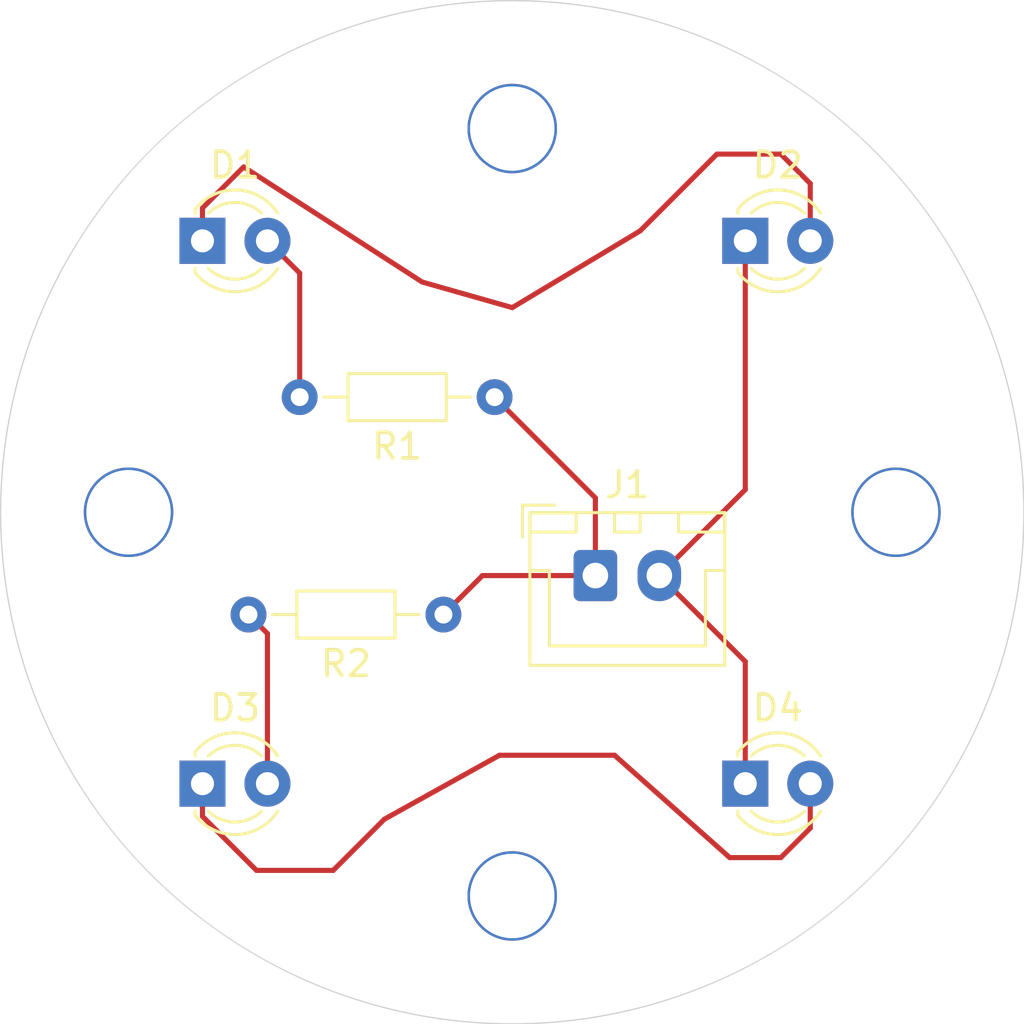
<source format=kicad_pcb>
(kicad_pcb (version 20240108) (generator "pcbnew") (generator_version "8.0")
  (layers (0 "F.Cu" signal) (31 "B.Cu" signal) (34 "B.Paste" user) (35 "F.Paste" user) (36 "B.SilkS" user "B.Silkscreen") (37 "F.SilkS" user "F.Silkscreen") (38 "B.Mask" user) (39 "F.Mask" user) (44 "Edge.Cuts" user))
  (net 0 "")
  (net 1 "Net-(D1-K)")
  (net 2 "Net-(D1-A)")
  (net 3 "GND")
  (net 4 "Net-(D3-A)")
  (net 5 "Net-(D3-K)")
  (net 6 "+5V")
  (footprint "LED_THT:LED_D3.0mm" (layer "F.Cu") (at 109.11 39.39)
    (property "Reference" "D2" (at 1.27 -2.96 0) (layer "F.SilkS"))
    (property "Value" "LED")
    (fp_line (start -0.29 -1.236) (end -0.29 -1.08) (stroke (width 0.12)) (layer "F.SilkS"))
    (fp_line (start -0.29 1.08) (end -0.29 1.236) (stroke (width 0.12)) (layer "F.SilkS"))
    (fp_arc (start -0.29 -1.235516) (mid 1.366487 -1.987659) (end 2.942335 -1.078608) (stroke (width 0.12)) (layer "F.SilkS"))
    (fp_arc (start 0.229039 -1.08) (mid 1.270117 -1.5) (end 2.31113 -1.079837) (stroke (width 0.12)) (layer "F.SilkS"))
    (fp_arc (start 2.31113 1.079837) (mid 1.270117 1.5) (end 0.229039 1.08) (stroke (width 0.12)) (layer "F.SilkS"))
    (fp_arc (start 2.942335 1.078608) (mid 1.366487 1.987659) (end -0.29 1.235516) (stroke (width 0.12)) (layer "F.SilkS"))
    (pad "1" thru_hole rect (at 0 0) (size 1.8 1.8) (drill 0.9) (layers "*.Cu" "*.Mask") (net 3 "GND"))
    (pad "2" thru_hole circle (at 2.54 0) (size 1.8 1.8) (drill 0.9) (layers "*.Cu" "*.Mask") (net 1 "Net-(D1-K)"))
  )
  (footprint "LED_THT:LED_D3.0mm" (layer "F.Cu") (at 87.89 39.39)
    (property "Reference" "D1" (at 1.27 -2.96 0) (layer "F.SilkS"))
    (property "Value" "LED 2V 20mA")
    (fp_line (start -0.29 -1.236) (end -0.29 -1.08) (stroke (width 0.12)) (layer "F.SilkS"))
    (fp_line (start -0.29 1.08) (end -0.29 1.236) (stroke (width 0.12)) (layer "F.SilkS"))
    (fp_arc (start -0.29 -1.235516) (mid 1.366487 -1.987659) (end 2.942335 -1.078608) (stroke (width 0.12)) (layer "F.SilkS"))
    (fp_arc (start 0.229039 -1.08) (mid 1.270117 -1.5) (end 2.31113 -1.079837) (stroke (width 0.12)) (layer "F.SilkS"))
    (fp_arc (start 2.31113 1.079837) (mid 1.270117 1.5) (end 0.229039 1.08) (stroke (width 0.12)) (layer "F.SilkS"))
    (fp_arc (start 2.942335 1.078608) (mid 1.366487 1.987659) (end -0.29 1.235516) (stroke (width 0.12)) (layer "F.SilkS"))
    (pad "1" thru_hole rect (at 0 0) (size 1.8 1.8) (drill 0.9) (layers "*.Cu" "*.Mask") (net 1 "Net-(D1-K)"))
    (pad "2" thru_hole circle (at 2.54 0) (size 1.8 1.8) (drill 0.9) (layers "*.Cu" "*.Mask") (net 2 "Net-(D1-A)"))
  )
  (footprint "Resistor_THT:R_Axial_DIN0204_L3.6mm_D1.6mm_P7.62mm_Horizontal" (layer "F.Cu") (at 99.31 45.5 180)
    (property "Reference" "R1" (at 3.81 -1.92 360) (layer "F.SilkS"))
    (property "Value" "51")
    (fp_line (start 6.68 0) (end 5.73 0) (stroke (width 0.12)) (layer "F.SilkS"))
    (fp_line (start 5.73 0.92) (end 5.73 -0.92) (stroke (width 0.12)) (layer "F.SilkS"))
    (fp_line (start 5.73 -0.92) (end 1.89 -0.92) (stroke (width 0.12)) (layer "F.SilkS"))
    (fp_line (start 1.89 0.92) (end 5.73 0.92) (stroke (width 0.12)) (layer "F.SilkS"))
    (fp_line (start 1.89 -0.92) (end 1.89 0.92) (stroke (width 0.12)) (layer "F.SilkS"))
    (fp_line (start 0.94 0) (end 1.89 0) (stroke (width 0.12)) (layer "F.SilkS"))
    (pad "1" thru_hole circle (at 0 0 180) (size 1.4 1.4) (drill 0.7) (layers "*.Cu" "*.Mask") (net 6 "+5V"))
    (pad "2" thru_hole oval (at 7.62 0 180) (size 1.4 1.4) (drill 0.7) (layers "*.Cu" "*.Mask") (net 2 "Net-(D1-A)"))
  )
  (footprint "Connector_JST:JST_XH_B2B-XH-A_1x02_P2.50mm_Vertical" (layer "F.Cu") (at 103.25 52.475)
    (property "Reference" "J1" (at 1.25 -3.55 0) (layer "F.SilkS"))
    (property "Value" "Conn_01x02_Socket")
    (fp_line (start -2.85 -2.75) (end -2.85 -1.5) (stroke (width 0.12)) (layer "F.SilkS"))
    (fp_line (start -2.56 -2.46) (end -2.56 3.51) (stroke (width 0.12)) (layer "F.SilkS"))
    (fp_line (start -2.56 3.51) (end 5.06 3.51) (stroke (width 0.12)) (layer "F.SilkS"))
    (fp_line (start -2.55 -2.45) (end -2.55 -1.7) (stroke (width 0.12)) (layer "F.SilkS"))
    (fp_line (start -2.55 -1.7) (end -0.75 -1.7) (stroke (width 0.12)) (layer "F.SilkS"))
    (fp_line (start -2.55 -0.2) (end -1.8 -0.2) (stroke (width 0.12)) (layer "F.SilkS"))
    (fp_line (start -1.8 -0.2) (end -1.8 2.75) (stroke (width 0.12)) (layer "F.SilkS"))
    (fp_line (start -1.8 2.75) (end 1.25 2.75) (stroke (width 0.12)) (layer "F.SilkS"))
    (fp_line (start -1.6 -2.75) (end -2.85 -2.75) (stroke (width 0.12)) (layer "F.SilkS"))
    (fp_line (start -0.75 -2.45) (end -2.55 -2.45) (stroke (width 0.12)) (layer "F.SilkS"))
    (fp_line (start -0.75 -1.7) (end -0.75 -2.45) (stroke (width 0.12)) (layer "F.SilkS"))
    (fp_line (start 0.75 -2.45) (end 0.75 -1.7) (stroke (width 0.12)) (layer "F.SilkS"))
    (fp_line (start 0.75 -1.7) (end 1.75 -1.7) (stroke (width 0.12)) (layer "F.SilkS"))
    (fp_line (start 1.75 -2.45) (end 0.75 -2.45) (stroke (width 0.12)) (layer "F.SilkS"))
    (fp_line (start 1.75 -1.7) (end 1.75 -2.45) (stroke (width 0.12)) (layer "F.SilkS"))
    (fp_line (start 3.25 -2.45) (end 3.25 -1.7) (stroke (width 0.12)) (layer "F.SilkS"))
    (fp_line (start 3.25 -1.7) (end 5.05 -1.7) (stroke (width 0.12)) (layer "F.SilkS"))
    (fp_line (start 4.3 -0.2) (end 4.3 2.75) (stroke (width 0.12)) (layer "F.SilkS"))
    (fp_line (start 4.3 2.75) (end 1.25 2.75) (stroke (width 0.12)) (layer "F.SilkS"))
    (fp_line (start 5.05 -2.45) (end 3.25 -2.45) (stroke (width 0.12)) (layer "F.SilkS"))
    (fp_line (start 5.05 -1.7) (end 5.05 -2.45) (stroke (width 0.12)) (layer "F.SilkS"))
    (fp_line (start 5.05 -0.2) (end 4.3 -0.2) (stroke (width 0.12)) (layer "F.SilkS"))
    (fp_line (start 5.06 -2.46) (end -2.56 -2.46) (stroke (width 0.12)) (layer "F.SilkS"))
    (fp_line (start 5.06 3.51) (end 5.06 -2.46) (stroke (width 0.12)) (layer "F.SilkS"))
    (pad "1" thru_hole roundrect (at 0 0) (size 1.7 2) (drill 1) (layers "*.Cu" "*.Mask") (roundrect_rratio 0.147059) (net 6 "+5V"))
    (pad "2" thru_hole oval (at 2.5 0) (size 1.7 2) (drill 1) (layers "*.Cu" "*.Mask") (net 3 "GND"))
  )
  (footprint "Resistor_THT:R_Axial_DIN0204_L3.6mm_D1.6mm_P7.62mm_Horizontal" (layer "F.Cu") (at 97.31 54 180)
    (property "Reference" "R2" (at 3.81 -1.92 360) (layer "F.SilkS"))
    (property "Value" "51")
    (fp_line (start 6.68 0) (end 5.73 0) (stroke (width 0.12)) (layer "F.SilkS"))
    (fp_line (start 5.73 0.92) (end 5.73 -0.92) (stroke (width 0.12)) (layer "F.SilkS"))
    (fp_line (start 5.73 -0.92) (end 1.89 -0.92) (stroke (width 0.12)) (layer "F.SilkS"))
    (fp_line (start 1.89 0.92) (end 5.73 0.92) (stroke (width 0.12)) (layer "F.SilkS"))
    (fp_line (start 1.89 -0.92) (end 1.89 0.92) (stroke (width 0.12)) (layer "F.SilkS"))
    (fp_line (start 0.94 0) (end 1.89 0) (stroke (width 0.12)) (layer "F.SilkS"))
    (pad "1" thru_hole circle (at 0 0 180) (size 1.4 1.4) (drill 0.7) (layers "*.Cu" "*.Mask") (net 6 "+5V"))
    (pad "2" thru_hole oval (at 7.62 0 180) (size 1.4 1.4) (drill 0.7) (layers "*.Cu" "*.Mask") (net 4 "Net-(D3-A)"))
  )
  (footprint "LED_THT:LED_D3.0mm" (layer "F.Cu") (at 109.11 60.61)
    (property "Reference" "D4" (at 1.27 -2.96 0) (layer "F.SilkS"))
    (property "Value" "LED")
    (fp_line (start -0.29 -1.236) (end -0.29 -1.08) (stroke (width 0.12)) (layer "F.SilkS"))
    (fp_line (start -0.29 1.08) (end -0.29 1.236) (stroke (width 0.12)) (layer "F.SilkS"))
    (fp_arc (start -0.29 -1.235516) (mid 1.366487 -1.987659) (end 2.942335 -1.078608) (stroke (width 0.12)) (layer "F.SilkS"))
    (fp_arc (start 0.229039 -1.08) (mid 1.270117 -1.5) (end 2.31113 -1.079837) (stroke (width 0.12)) (layer "F.SilkS"))
    (fp_arc (start 2.31113 1.079837) (mid 1.270117 1.5) (end 0.229039 1.08) (stroke (width 0.12)) (layer "F.SilkS"))
    (fp_arc (start 2.942335 1.078608) (mid 1.366487 1.987659) (end -0.29 1.235516) (stroke (width 0.12)) (layer "F.SilkS"))
    (pad "1" thru_hole rect (at 0 0) (size 1.8 1.8) (drill 0.9) (layers "*.Cu" "*.Mask") (net 3 "GND"))
    (pad "2" thru_hole circle (at 2.54 0) (size 1.8 1.8) (drill 0.9) (layers "*.Cu" "*.Mask") (net 5 "Net-(D3-K)"))
  )
  (footprint "LED_THT:LED_D3.0mm" (layer "F.Cu") (at 87.89 60.61)
    (property "Reference" "D3" (at 1.27 -2.96 0) (layer "F.SilkS"))
    (property "Value" "LED")
    (fp_line (start -0.29 -1.236) (end -0.29 -1.08) (stroke (width 0.12)) (layer "F.SilkS"))
    (fp_line (start -0.29 1.08) (end -0.29 1.236) (stroke (width 0.12)) (layer "F.SilkS"))
    (fp_arc (start -0.29 -1.235516) (mid 1.366487 -1.987659) (end 2.942335 -1.078608) (stroke (width 0.12)) (layer "F.SilkS"))
    (fp_arc (start 0.229039 -1.08) (mid 1.270117 -1.5) (end 2.31113 -1.079837) (stroke (width 0.12)) (layer "F.SilkS"))
    (fp_arc (start 2.31113 1.079837) (mid 1.270117 1.5) (end 0.229039 1.08) (stroke (width 0.12)) (layer "F.SilkS"))
    (fp_arc (start 2.942335 1.078608) (mid 1.366487 1.987659) (end -0.29 1.235516) (stroke (width 0.12)) (layer "F.SilkS"))
    (pad "1" thru_hole rect (at 0 0) (size 1.8 1.8) (drill 0.9) (layers "*.Cu" "*.Mask") (net 5 "Net-(D3-K)"))
    (pad "2" thru_hole circle (at 2.54 0) (size 1.8 1.8) (drill 0.9) (layers "*.Cu" "*.Mask") (net 4 "Net-(D3-A)"))
  )
  (gr_circle (center 100 50) (end 120 50) (stroke (width 0.05)) (fill none) (layer "Edge.Cuts"))
  (via (at 100 65) (size 3.5) (drill 3.3) (layers "F.Cu" "B.Cu") (net 0))
  (via (at 115 50) (size 3.5) (drill 3.3) (layers "F.Cu" "B.Cu") (net 0))
  (via (at 100 35) (size 3.5) (drill 3.3) (layers "F.Cu" "B.Cu") (net 0))
  (via (at 85 50) (size 3.5) (drill 3.3) (layers "F.Cu" "B.Cu") (net 0))
  (segment (start 89.5 36.5) (end 96.479167 41) (width 0.2) (layer "F.Cu") (net 1))
  (segment (start 111.65 37.15) (end 111.65 39.39) (width 0.2) (layer "F.Cu") (net 1))
  (segment (start 87.89 39.39) (end 87.89 38.11) (width 0.2) (layer "F.Cu") (net 1))
  (segment (start 108 36) (end 110.5 36) (width 0.2) (layer "F.Cu") (net 1))
  (segment (start 96.479167 41) (end 100 42) (width 0.2) (layer "F.Cu") (net 1))
  (segment (start 110.5 36) (end 111.65 37.15) (width 0.2) (layer "F.Cu") (net 1))
  (segment (start 87.89 38.11) (end 89.5 36.5) (width 0.2) (layer "F.Cu") (net 1))
  (segment (start 105 39) (end 108 36) (width 0.2) (layer "F.Cu") (net 1))
  (segment (start 100 42) (end 105 39) (width 0.2) (layer "F.Cu") (net 1))
  (segment (start 91.69 45.5) (end 91.69 40.65) (width 0.2) (layer "F.Cu") (net 2))
  (segment (start 91.69 40.65) (end 90.43 39.39) (width 0.2) (layer "F.Cu") (net 2))
  (segment (start 109.11 49.115) (end 105.75 52.475) (width 0.2) (layer "F.Cu") (net 3))
  (segment (start 109.11 60.61) (end 109.11 55.835) (width 0.2) (layer "F.Cu") (net 3))
  (segment (start 109.11 55.835) (end 105.75 52.475) (width 0.2) (layer "F.Cu") (net 3))
  (segment (start 109.11 39.39) (end 109.11 49.115) (width 0.2) (layer "F.Cu") (net 3))
  (segment (start 90.43 54.74) (end 90.43 60.61) (width 0.2) (layer "F.Cu") (net 4))
  (segment (start 89.69 54) (end 90.43 54.74) (width 0.2) (layer "F.Cu") (net 4))
  (segment (start 99.5 59.5) (end 104 59.5) (width 0.2) (layer "F.Cu") (net 5))
  (segment (start 111.65 62.35) (end 111.65 60.61) (width 0.2) (layer "F.Cu") (net 5))
  (segment (start 90 64) (end 93 64) (width 0.2) (layer "F.Cu") (net 5))
  (segment (start 87.89 60.61) (end 87.89 61.89) (width 0.2) (layer "F.Cu") (net 5))
  (segment (start 87.89 61.89) (end 90 64) (width 0.2) (layer "F.Cu") (net 5))
  (segment (start 110.5 63.5) (end 111.65 62.35) (width 0.2) (layer "F.Cu") (net 5))
  (segment (start 104 59.5) (end 108.5 63.5) (width 0.2) (layer "F.Cu") (net 5))
  (segment (start 95 62) (end 99.5 59.5) (width 0.2) (layer "F.Cu") (net 5))
  (segment (start 93 64) (end 95 62) (width 0.2) (layer "F.Cu") (net 5))
  (segment (start 108.5 63.5) (end 110.5 63.5) (width 0.2) (layer "F.Cu") (net 5))
  (segment (start 103.25 52.475) (end 98.835 52.475) (width 0.2) (layer "F.Cu") (net 6))
  (segment (start 103.25 49.44) (end 99.31 45.5) (width 0.2) (layer "F.Cu") (net 6))
  (segment (start 98.835 52.475) (end 97.31 54) (width 0.2) (layer "F.Cu") (net 6))
  (segment (start 103.25 52.475) (end 103.25 49.44) (width 0.2) (layer "F.Cu") (net 6))
)
</source>
